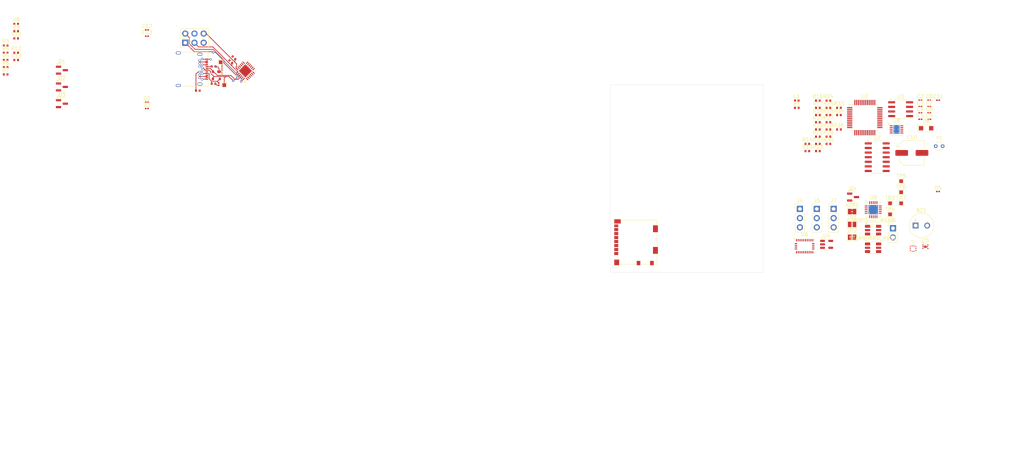
<source format=kicad_pcb>
(kicad_pcb (version 20240108) (generator "pcbnew") (generator_version "8.0")
  (layers (0 "F.Cu" mixed) (1 "In1.Cu" signal) (2 "In2.Cu" signal) (31 "B.Cu" power) (34 "B.Paste" user) (35 "F.Paste" user) (36 "B.SilkS" user "B.Silkscreen") (37 "F.SilkS" user "F.Silkscreen") (38 "B.Mask" user) (39 "F.Mask" user) (44 "Edge.Cuts" user))
  (net 0 "")
  (net 1 "Net-(ADR1-B)")
  (net 2 "GND")
  (net 3 "BATT_IN")
  (net 4 "Net-(U6-XOUT32{slash}CLKSEL1)")
  (net 5 "Net-(U6-XIN32)")
  (net 6 "Net-(L1-Pad1)")
  (net 7 "Net-(D6-K)")
  (net 8 "+3.3V")
  (net 9 "Net-(U6-CAP)")
  (net 10 "Net-(D1-I{slash}O1)")
  (net 11 "Net-(D1-I{slash}O2)")
  (net 12 "Net-(D2-A)")
  (net 13 "Net-(D2-K)")
  (net 14 "Net-(D3-A)")
  (net 15 "Net-(D3-K)")
  (net 16 "Net-(D5-A)")
  (net 17 "Net-(J2-Pin_3)")
  (net 18 "Net-(J2-Pin_2)")
  (net 19 "Net-(J2-Pin_6)")
  (net 20 "UPDI")
  (net 21 "Net-(J3-CMD)")
  (net 22 "Net-(J3-DAT1)")
  (net 23 "Net-(J3-DAT0)")
  (net 24 "CD")
  (net 25 "Net-(J3-CLK)")
  (net 26 "/RX_UPDI")
  (net 27 "TX0")
  (net 28 "RX0")
  (net 29 "Net-(U9-EN)")
  (net 30 "Net-(U9-FB)")
  (net 31 "Net-(U6-~{RST})")
  (net 32 "Net-(U6-ENV_SCL)")
  (net 33 "Net-(U6-ENV_SDA)")
  (net 34 "SDA")
  (net 35 "SCL")
  (net 36 "Net-(U6-~{BOOT})")
  (net 50 "EJEC_SERVO")
  (net 51 "Net-(PORTSIDE_RGB1-RA)")
  (net 52 "PA3{slash}SS")
  (net 53 "PA1{slash}MOSI")
  (net 55 "Net-(PORTSIDE_RGB1-BA)")
  (net 57 "Net-(PORTSIDE_RGB1-GA)")
  (net 61 "D5")
  (net 63 "D6")
  (net 64 "BUZZER")
  (net 66 "WP")
  (net 67 "PA0{slash}MISO")
  (net 69 "D4")
  (net 72 "HOLD")
  (net 73 "Net-(J1-CC1)")
  (net 74 "Net-(STARBOARD_RGB1-BA)")
  (net 75 "D7")
  (net 78 "Net-(STARBOARD_RGB1-RA)")
  (net 81 "Net-(STARBOARD_RGB1-GA)")
  (net 82 "PA2{slash}SCK")
  (net 83 "PORT_SERVO")
  (net 91 "PS1")
  (net 95 "INT")
  (net 96 "PS0{slash}WAKE")
  (net 101 "STAR_BLUE")
  (net 102 "STAR_SERVO")
  (net 103 "STAR_GREEN")
  (net 104 "PORT_GREEN")
  (net 105 "STAR_RED")
  (net 106 "PORT_RED")
  (net 107 "PORT_BLUE")
  (net 109 "Net-(L1-Pad2)")
  (net 111 "+5V")
  (net 115 "Net-(J1-CC2)")
  (net 118 "/TX_UPDI")
  (net 119 "TEMP_SENSOR")
  (net 125 "Net-(BZ1-+)")
  (net 126 "Net-(D7-A)")
  (net 127 "Net-(U9-IN)")
  (net 131 "Net-(JP1-A)")
  (footprint "Inductor_SMD:L_0402_1005Metric" (layer "F.Cu") (at 143.895 88.400568)
    (property "Reference" "L1")
    (property "Value" "6u8")
  )
  (footprint "Resistor_SMD:R_0402_1005Metric" (layer "F.Cu") (at -17.13 78.96)
    (property "Reference" "R31" (hide yes))
    (property "Value" "5k1" (hide yes))
  )
  (footprint "LED_SMD:LED_ROHM_SMLVN6" (layer "F.Cu") (at 164.955 129.020568)
    (property "Reference" "STARBOARD_RGB1")
    (property "Value" "SMLVN6RGB")
  )
  (footprint "LED_SMD:LED_0201_0603Metric" (layer "F.Cu") (at -35.53 88.830568)
    (property "Reference" "D2")
    (property "Value" "LED")
  )
  (footprint "TestPoint:TestPoint_Pad_1.0x1.0mm" (layer "F.Cu") (at 169.655 119.790568)
    (property "Reference" "TP4")
    (property "Value" "TestPoint")
  )
  (footprint "Capacitor_SMD:C_0201_0603Metric" (layer "F.Cu") (at 178.015 91.780568)
    (property "Reference" "C4")
    (property "Value" "22u")
  )
  (footprint "Capacitor_SMD:C_0201_0603Metric" (layer "F.Cu") (at 178.015 93.530568)
    (property "Reference" "C5")
    (property "Value" "22u")
  )
  (footprint "TestPoint:TestPoint_Pad_1.0x1.0mm" (layer "F.Cu") (at -15.14 77.78)
    (property "Reference" "TP1" (hide yes))
    (property "Value" "TestPoint" (hide yes))
  )
  (footprint "Resistor_SMD:R_0402_1005Metric" (layer "F.Cu") (at -74.525 75.200568)
    (property "Reference" "R4")
    (property "Value" "330")
  )
  (footprint "Crystal:Crystal_C26-LF_D2.1mm_L6.5mm_Vertical" (layer "F.Cu") (at 182.255 100.980568)
    (property "Reference" "Y1")
    (property "Value" "32.768kHz")
  )
  (footprint "Capacitor_SMD:C_0201_0603Metric" (layer "F.Cu") (at 182.915 88.280568)
    (property "Reference" "C11")
    (property "Value" "1u")
  )
  (footprint "Capacitor_SMD:C_0201_0603Metric" (layer "F.Cu") (at 180.465 88.280568)
    (property "Reference" "C6")
    (property "Value" "1u")
  )
  (footprint "LED_SMD:LED_0201_0603Metric" (layer "F.Cu") (at -35.53 90.580568)
    (property "Reference" "D3")
    (property "Value" "LED")
  )
  (footprint "Connector_PinHeader_2.54mm:PinHeader_2x03_P2.54mm_Vertical" (layer "F.Cu") (at -24.929999 72.42 90)
    (property "Reference" "J2" (hide yes))
    (property "Value" "Conn_02x03_Pin" (hide yes))
  )
  (footprint "Package_TO_SOT_SMD:SOT-23-5" (layer "F.Cu") (at 152.135 128.075568)
    (property "Reference" "U4")
    (property "Value" "AP2112K-3.3")
  )
  (footprint "Resistor_SMD:R_0402_1005Metric" (layer "F.Cu") (at -71.615 75.200568)
    (property "Reference" "R12")
    (property "Value" "4k7")
  )
  (footprint "Connector_PinHeader_2.54mm:PinHeader_1x03_P2.54mm_Vertical" (layer "F.Cu") (at 144.765 118.300568)
    (property "Reference" "J4")
    (property "Value" "STARBOARD_SERVO")
  )
  (footprint "Resistor_SMD:R_0402_1005Metric" (layer "F.Cu") (at -11.500624 76.579376 -45)
    (property "Reference" "R11" (hide yes))
    (property "Value" "4k7" (hide yes))
  )
  (footprint "Connector_PinHeader_2.54mm:PinHeader_1x03_P2.54mm_Vertical" (layer "F.Cu") (at 149.415 118.300568)
    (property "Reference" "J5")
    (property "Value" "PORTSIDE_SERVO")
  )
  (footprint "Jumper:SolderJumper-2_P1.3mm_Open_Pad1.0x1.5mm" (layer "F.Cu") (at 159.165 126.130568)
    (property "Reference" "JP2")
    (property "Value" "Jumper_2_Small_Open")
  )
  (footprint "Resistor_SMD:R_0402_1005Metric" (layer "F.Cu") (at 149.715 98.350568)
    (property "Reference" "R21")
    (property "Value" "2k2")
  )
  (footprint "LED_SMD:LED_0201_0603Metric" (layer "F.Cu") (at -15.69 83.83 -90)
    (property "Reference" "D7" (hide yes))
    (property "Value" "LED" (hide yes))
  )
  (footprint "Resistor_SMD:R_0402_1005Metric" (layer "F.Cu") (at 152.625 98.350568)
    (property "Reference" "R29")
    (property "Value" "220")
  )
  (footprint "Capacitor_SMD:C_0201_0603Metric" (layer "F.Cu") (at 178.015 90.030568)
    (property "Reference" "C3")
    (property "Value" "22p")
  )
  (footprint "Package_DFN_QFN:QFN-24-1EP_4x4mm_P0.5mm_EP2.6x2.6mm" (layer "F.Cu") (at -8.3325 80.18 135)
    (property "Reference" "U1" (hide yes))
    (property "Value" "ATSAMD11D14A-M" (hide yes))
  )
  (footprint "Capacitor_SMD:C_0201_0603Metric" (layer "F.Cu") (at 180.465 93.530568)
    (property "Reference" "C9")
    (property "Value" "2u2")
  )
  (footprint "Resistor_SMD:R_0402_1005Metric" (layer "F.Cu") (at 146.805 102.330568)
    (property "Reference" "R15")
    (property "Value" "100k")
  )
  (footprint "Jumper:SolderJumper-2_P1.3mm_Bridged2Bar_Pad1.0x1.5mm" (layer "F.Cu") (at 159.165 119.030568)
    (property "Reference" "ADR1")
    (property "Value" "~")
  )
  (footprint "Resistor_SMD:R_0402_1005Metric" (layer "F.Cu") (at 149.715 90.390568)
    (property "Reference" "R17")
    (property "Value" "330R")
  )
  (footprint "Connector_PinHeader_2.54mm:PinHeader_1x03_P2.54mm_Vertical" (layer "F.Cu") (at 154.065 118.300568)
    (property "Reference" "J7")
    (property "Value" "EJECTION_SERVO")
  )
  (footprint "Resistor_SMD:R_0402_1005Metric" (layer "F.Cu") (at -74.525 77.190568)
    (property "Reference" "R5")
    (property "Value" "0")
  )
  (footprint "Capacitor_SMD:C_0201_0603Metric" (layer "F.Cu") (at -35.505 68.870568)
    (property "Reference" "C12")
    (property "Value" "4n7")
  )
  (footprint "Resistor_SMD:R_0402_1005Metric" (layer "F.Cu") (at 152.625 94.370568)
    (property "Reference" "R27")
    (property "Value" "220")
  )
  (footprint "TestPoint:TestPoint_Pad_1.0x1.0mm" (layer "F.Cu") (at 172.705 110.640568)
    (property "Reference" "TP5")
    (property "Value" "TestPoint")
  )
  (footprint "Package_LGA:LGA-28_5.2x3.8mm_P0.5mm" (layer "F.Cu") (at 146.06 128.595568)
    (property "Reference" "U6")
    (property "Value" "BNO086")
  )
  (footprint "LED_SMD:LED_ROHM_SMLVN6" (layer "F.Cu") (at 164.955 124.155568)
    (property "Reference" "PORTSIDE_RGB1")
    (property "Value" "SMLVN6RGB")
  )
  (footprint "Resistor_SMD:R_0402_1005Metric" (layer "F.Cu") (at -74.525 79.180568)
    (property "Reference" "R6")
    (property "Value" "4k7")
  )
  (footprint "BMP390L:XDCR_BMP390L" (layer "F.Cu") (at 176.005 129.253068)
    (property "Reference" "U10")
    (property "Value" "BMP390L")
  )
  (footprint "Package_TO_SOT_SMD:SOT-23" (layer "F.Cu") (at 159.435 115.030568)
    (property "Reference" "Q4")
    (property "Value" "BSS138")
  )
  (footprint "Buzzer_Beeper:MagneticBuzzer_Kingstate_KCG0601" (layer "F.Cu") (at 176.705 122.890568)
    (property "Reference" "BZ1")
    (property "Value" "Buzzer")
  )
  (footprint "Resistor_SMD:R_0402_1005Metric" (layer "F.Cu") (at 152.625 92.380568)
    (property "Reference" "R26")
    (property "Value" "220")
  )
  (footprint "Resistor_SMD:R_0402_1005Metric" (layer "F.Cu") (at 149.715 88.400568)
    (property "Reference" "R16")
    (property "Value" "19k1")
  )
  (footprint "Resistor_SMD:R_0402_1005Metric" (layer "F.Cu") (at 149.715 102.330568)
    (property "Reference" "R23")
    (property "Value" "10k")
  )
  (footprint "MountingHole:MountingHole_2.1mm" (layer "F.Cu") (at 95.5 87)
    (property "Reference" "REF**" (hide yes))
    (property "Value" "MountingHole_2.1mm" (hide yes))
  )
  (footprint "Connector_USB:USB_C_Receptacle_Amphenol_12401548E4-2A" (layer "F.Cu") (at -24 79.72 -90)
    (property "Reference" "J1" (hide yes))
    (property "Value" "USB_C_Receptacle_USB2.0_16P" (hide yes))
  )
  (footprint "Package_SO:SOIC-14_3.9x8.7mm_P1.27mm" (layer "F.Cu") (at 166.105 104.015568)
    (property "Reference" "U7")
    (property "Value" "TXB0104D")
  )
  (footprint "Resistor_SMD:R_0402_1005Metric" (layer "F.Cu") (at 155.535 92.380568)
    (property "Reference" "R34")
    (property "Value" "2k2")
  )
  (footprint "Capacitor_SMD:C_0201_0603Metric" (layer "F.Cu") (at 180.465 91.780568)
    (property "Reference" "C8")
    (property "Value" "10u")
  )
  (footprint "Resistor_SMD:R_0402_1005Metric" (layer "F.Cu") (at 149.715 96.360568)
    (property "Reference" "R20")
    (property "Value" "4k7")
  )
  (footprint "Resistor_SMD:R_0402_1005Metric" (layer "F.Cu") (at -17.13 83.73 180)
    (property "Reference" "R35" (hide yes))
    (property "Value" "R220" (hide yes))
  )
  (footprint "Resistor_SMD:R_0402_1005Metric" (layer "F.Cu") (at -21.47 85.64)
    (property "Reference" "R32" (hide yes))
    (property "Value" "5k1" (hide yes))
  )
  (footprint "Package_DFN_QFN:DFN-10-1EP_3x3mm_P0.5mm_EP1.65x2.38mm_ThermalVias" (layer "F.Cu") (at 171.43 96.325568)
    (property "Reference" "U8")
    (property "Value" "TPS61092")
  )
  (footprint "Resistor_SMD:R_0402_1005Metric" (layer "F.Cu") (at 152.625 100.340568)
    (property "Reference" "R30")
    (property "Value" "220")
  )
  (footprint "Resistor_SMD:R_0402_1005Metric" (layer "F.Cu") (at 152.625 90.390568)
    (property "Reference" "R25")
    (property "Value" "220")
  )
  (footprint "Package_QFP:TQFP-48_7x7mm_P0.5mm" (layer "F.Cu") (at 162.665 93.080568)
    (property "Reference" "U2")
    (property "Value" "ATmega4809-A")
  )
  (footprint "Resistor_SMD:R_0402_1005Metric" (layer "F.Cu") (at 143.895 90.390568)
    (property "Reference" "R1")
    (property "Value" "4.7kΩ")
  )
  (footprint "Resistor_SMD:R_0402_1005Metric" (layer "F.Cu") (at 146.805 100.340568)
    (property "Reference" "R14")
    (property "Value" "100k")
  )
  (footprint "Resistor_SMD:R_0402_1005Metric" (layer "F.Cu") (at -71.615 71.220568)
    (property "Reference" "R10")
    (property "Value" "4k7")
  )
  (footprint "Capacitor_SMD:CP_Elec_6.3x5.4" (layer "F.Cu") (at 175.655 102.830568)
    (property "Reference" "C10")
    (property "Value" "100u")
  )
  (footprint "Capacitor_SMD:C_0201_0603Metric" (layer "F.Cu") (at -35.505 70.620568)
    (property "Reference" "C13")
    (property "Value" "100n")
  )
  (footprint "Package_TO_SOT_SMD:SOT-23" (layer "F.Cu") (at -58.985 79.995568)
    (property "Reference" "Q1")
    (property "Value" "BSS138")
  )
  (footprint "TestPoint:TestPoint_Pad_1.0x1.0mm" (layer "F.Cu") (at -14.17 84.12)
    (property "Reference" "TP2" (hide yes))
    (property "Value" "TestPoint" (hide yes))
  )
  (footprint "Resistor_SMD:R_0402_1005Metric" (layer "F.Cu") (at 149.715 92.380568)
    (property "Reference" "R18")
    (property "Value" "10k")
  )
  (footprint "Capacitor_SMD:C_0201_0603Metric" (layer "F.Cu") (at 180.465 90.030568)
    (property "Reference" "C7")
    (property "Value" "0u1")
  )
  (footprint "Package_TO_SOT_SMD:SOT-23" (layer "F.Cu") (at -58.985 84.620568)
    (property "Reference" "Q2")
    (property "Value" "BSS138")
  )
  (footprint "Resistor_SMD:R_0402_1005Metric" (layer "F.Cu") (at 149.715 94.370568)
    (property "Reference" "R19")
    (property "Value" "4k7")
  )
  (footprint "Package_TO_SOT_SMD:HVSOF5" (layer "F.Cu") (at 179.405 128.74)
    (property "Reference" "U5")
    (property "Value" "BD1020HFV")
  )
  (footprint "Package_TO_SOT_SMD:SOT-23" (layer "F.Cu") (at -58.985 89.245568)
    (property "Reference" "Q3")
    (property "Value" "BSS138")
  )
  (footprint "LED_SMD:LED_0201_0603Metric" (layer "F.Cu") (at 182.89 113.490568)
    (property "Reference" "D5")
    (property "Value" "GREEN")
  )
  (footprint "Package_SO:SOIC-8_3.9x4.9mm_P1.27mm" (layer "F.Cu") (at 172.565 90.760568)
    (property "Reference" "U3")
    (property "Value" "AT25DF641A-SH-T")
  )
  (footprint "Resistor_SMD:R_0402_1005Metric" (layer "F.Cu") (at -71.615 69.230568)
    (property "Reference" "R9")
    (property "Value" "4k7")
  )
  (footprint "TestPoint:TestPoint_Pad_1.0x1.0mm" (layer "F.Cu") (at 172.705 116.740568)
    (property "Reference" "TP7")
    (property "Value" "TestPoint")
  )
  (footprint "Resistor_SMD:R_0402_1005Metric" (layer "F.Cu") (at -74.525 81.170568)
    (property "Reference" "R7")
    (property "Value" "4k7")
  )
  (footprint "Resistor_SMD:R_0402_1005Metric" (layer "F.Cu") (at -12.369376 77.650624 -45)
    (property "Reference" "R2" (hide yes))
    (property "Value" "4k7" (hide yes))
  )
  (footprint "Package_DFN_QFN:QFN-20-1EP_4x4mm_P0.5mm_EP2.5x2.5mm_ThermalVias" (layer "F.Cu") (at 165.005 118.490568)
    (property "Reference" "U9")
    (property "Value" "MPM3610AGQV-P")
  )
  (footprint "Capacitor_SMD:C_0201_0603Metric" (layer "F.Cu") (at 178.015 88.280568)
    (property "Reference" "C2")
    (property "Value" "22p")
  )
  (footprint "Resistor_SMD:R_0402_1005Metric" (layer "F.Cu") (at 149.715 100.340568)
    (property "Reference" "R22")
    (property "Value" "2k2")
  )
  (footprint "TestPoint:TestPoint_Pad_1.0x1.0mm" (layer "F.Cu") (at 169.655 116.740568)
    (property "Reference" "TP3")
    (property "Value" "TestPoint")
  )
  (footprint "Diode_SMD:Nexperia_CFP3_SOD-123W" (layer "F.Cu") (at 179.61 96.030568)
    (property "Reference" "D6")
    (property "Value" "PMEG6020ER")
  )
  (footprint "Connector_PinHeader_2.54mm:PinHeader_1x02_P2.54mm_Vertical" (layer "F.Cu") (at 170.455 123.640568)
    (property "Reference" "J6")
    (property "Value" "Battery In")
  )
  (footprint "Resistor_SMD:R_0402_1005Metric" (layer "F.Cu") (at -71.615 77.190568)
    (property "Reference" "R13")
    (property "Value" "4k7")
  )
  (footprint "Resistor_SMD:R_0402_1005Metric" (layer "F.Cu") (at 152.625 96.360568)
    (property "Reference" "R28")
    (property "Value" "220")
  )
  (footprint "TestPoint:TestPoint_Pad_1.0x1.0mm" (layer "F.Cu") (at 172.705 113.690568)
    (property "Reference" "TP6")
    (property "Value" "TestPoint")
  )
  (footprint "MountingHole:MountingHole_2.1mm" (layer "F.Cu") (at 131.5 87)
    (property "Reference" "REF**" (hide yes))
    (property "Value" "MountingHole_2.1mm" (hide yes))
  )
  (footprint "MountingHole:MountingHole_2.1mm" (layer "F.Cu") (at 131.45 132.79)
    (property "Reference" "REF**" (hide yes))
    (property "Value" "MountingHole_2.1mm" (hide yes))
  )
  (footprint "Connector_Card:microSD_HC_Molex_104031-0811" (layer "F.Cu") (at 99.5 127.5 90)
    (property "Reference" "J3" (hide yes))
    (property "Value" "Micro_SD_Card_Det1" (hide yes))
  )
  (footprint "Resistor_SMD:R_0402_1005Metric" (layer "F.Cu") (at 155.535 90.390568)
    (property "Reference" "R33")
    (property "Value" "5m")
  )
  (footprint "Resistor_SMD:R_0402_1005Metric" (layer "F.Cu") (at 155.535 96.360568)
    (property "Reference" "R36")
    (property "Value" "4.7kΩ")
  )
  (footprint "Resistor_SMD:R_0402_1005Metric" (layer "F.Cu") (at -74.525 73.210568)
    (property "Reference" "R3")
    (property "Value" "330")
  )
  (footprint "Package_TO_SOT_SMD:SOT-143" (layer "F.Cu") (at -16.35 81.41 -90)
    (property "Reference" "D1" (hide yes))
    (property "Value" "PRTR5V0U2X" (hide yes))
  )
  (footprint "Jumper:SolderJumper-2_P1.3mm_Open_Pad1.0x1.5mm" (layer "F.Cu") (at 159.165 122.580568)
    (property "Reference" "JP1")
    (property "Value" "Jumper_2_Small_Open")
  )
  (footprint "Resistor_SMD:R_0402_1005Metric" (layer "F.Cu") (at -71.615 67.240568)
    (property "Reference" "R8")
    (property "Value" "DNP")
  )
  (footprint "Resistor_SMD:R_0402_1005Metric" (layer "F.Cu") (at 152.625 88.400568)
    (property "Reference" "R24")
    (property "Value" "10k")
  )
  (gr_rect (start 92.382785 83.970551) (end 134.652785 135.840551) (stroke (width 0.05)) (fill none) (layer "Edge.Cuts"))
  (segment (start -20.99 81.73) (end -20.99 82.12) (width 0.2) (layer "F.Cu") (net 0))
  (segment (start -20.98 81.72) (end -20.99 81.73) (width 0.2) (layer "F.Cu") (net 0))
  (segment (start -18.98 77.75) (end -18.98 77.97) (width 0.2) (layer "F.Cu") (net 0))
  (segment (start -20.99 77.73) (end -20.99 78.12) (width 0.2) (layer "F.Cu") (net 0))
  (segment (start -20.99 77.73) (end -19 77.73) (width 0.2) (layer "F.Cu") (net 0))
  (segment (start -18.98 81.72) (end -20.98 81.72) (width 0.2) (layer "F.Cu") (net 0))
  (segment (start -20.99 77.32) (end -20.99 77.73) (width 0.2) (layer "F.Cu") (net 0))
  (segment (start -18.98 77.47) (end -18.98 77.75) (width 0.2) (layer "F.Cu") (net 0))
  (segment (start -18.98 81.47) (end -18.98 81.72) (width 0.2) (layer "F.Cu") (net 0))
  (segment (start -20.99 81.32) (end -20.99 81.73) (width 0.2) (layer "F.Cu") (net 0))
  (segment (start -19 77.73) (end -18.98 77.75) (width 0.2) (layer "F.Cu") (net 0))
  (segment (start -18.98 81.72) (end -18.98 81.97) (width 0.2) (layer "F.Cu") (net 0))
  (segment (start -18.98 82.47) (end -19.005 82.445) (width 0.2) (layer "F.Cu") (net 2))
  (segment (start -16.21 78.96) (end -16.05 79.12) (width 0.2) (layer "F.Cu") (net 2))
  (segment (start -18.98 76.97) (end -17.98 76.97) (width 0.2) (layer "F.Cu") (net 2))
  (segment (start -16.62 78.96) (end -16.21 78.96) (width 0.2) (layer "F.Cu") (net 2))
  (segment (start -15.6 79.57) (end -16.05 79.12) (width 0.2) (layer "F.Cu") (net 2))
  (segment (start -17.98 76.97) (end -17.94 77.01) (width 0.2) (layer "F.Cu") (net 2))
  (segment (start -20.215 82.445) (end -20.29 82.52) (width 0.2) (layer "F.Cu") (net 2))
  (segment (start -18.98 76.97) (end -20.24 76.97) (width 0.2) (layer "F.Cu") (net 2))
  (segment (start -20.24 76.97) (end -20.29 76.92) (width 0.2) (layer "F.Cu") (net 2))
  (segment (start -19.005 82.445) (end -20.215 82.445) (width 0.2) (layer "F.Cu") (net 2))
  (segment (start -15.6 80.41) (end -15.6 79.57) (width 0.2) (layer "F.Cu") (net 2))
  (via (at -17.94 77.01) (size 0.6) (drill 0.3) (layers "F.Cu" "B.Cu") (net 2))
  (via (at -16.05 79.12) (size 0.6) (drill 0.3) (layers "F.Cu" "B.Cu") (net 2))
  (segment (start -17.640552 83.06) (end -18.33 82.370552) (width 0.2) (layer "F.Cu") (net 3))
  (segment (start -18.38 80.97) (end -18.979999 80.97) (width 0.2) (layer "F.Cu") (net 3))
  (segment (start -15.4 82.41) (end -16.05 83.06) (width 0.2) (layer "F.Cu") (net 3))
  (segment (start -20.29 78.52) (end -19.029999 78.52) (width 0.2) (layer "F.Cu") (net 3))
  (segment (start -17.639999 83.060553) (end -17.640552 83.06) (width 0.2) (layer "F.Cu") (net 3))
  (segment (start -18.33 82.370552) (end -18.33 81.02) (width 0.2) (layer "F.Cu") (net 3))
  (segment (start -16.05 83.06) (end -17.640552 83.06) (width 0.2) (layer "F.Cu") (net 3))
  (segment (start -19.029999 78.52) (end -18.979999 78.47) (width 0.2) (layer "F.Cu") (net 3))
  (segment (start -15.69 83.51) (end -16.05 83.15) (width 0.2) (layer "F.Cu") (net 3))
  (segment (start -20.29 80.92) (end -19.029999 80.92) (width 0.2) (layer "F.Cu") (net 3))
  (segment (start -16.05 83.15) (end -16.05 83.06) (width 0.2) (layer "F.Cu") (net 3))
  (segment (start -17.639999 83.73) (end -17.639999 83.060553) (width 0.2) (layer "F.Cu") (net 3))
  (segment (start -19.029999 80.92) (end -18.979999 80.97) (width 0.2) (layer "F.Cu") (net 3))
  (segment (start -18.33 81.02) (end -18.38 80.97) (width 0.2) (layer "F.Cu") (net 3))
  (segment (start -9.5 83.13) (end -9.5 83.115267) (width 0.2) (layer "F.Cu") (net 8))
  (segment (start -22.459999 74.89) (end -17.44853 74.89) (width 0.2) (layer "F.Cu") (net 8))
  (segment (start -9.5 83.115267) (end -8.818636 82.433903) (width 0.2) (layer "F.Cu") (net 8))
  (segment (start -24.929999 72.42) (end -22.459999 74.89) (width 0.2) (layer "F.Cu") (net 8))
  (segment (start -17.44853 74.89) (end -17.229265 75.109265) (width 0.2) (layer "F.Cu") (net 8))
  (via (at -17.229265 75.109265) (size 0.6) (drill 0.3) (layers "F.Cu" "B.Cu") (net 8))
  (via (at -9.5 83.13) (size 0.6) (drill 0.3) (layers "F.Cu" "B.Cu") (net 8))
  (segment (start -17.229265 75.109265) (end -16.581711 75.109265) (width 0.2) (layer "B.Cu") (net 8))
  (segment (start -16.581711 75.109265) (end -9.5 82.190976) (width 0.2) (layer "B.Cu") (net 8))
  (segment (start -9.5 82.190976) (end -9.5 83.13) (width 0.2) (layer "B.Cu") (net 8))
  (segment (start -10.344961 82.546014) (end -9.525743 81.726796) (width 0.2) (layer "F.Cu") (net 10))
  (segment (start -11.234471 82.54) (end -10.848034 82.54) (width 0.2) (layer "F.Cu") (net 10))
  (segment (start -16.105924 81.433) (end -14.8 81.433) (width 0.2) (layer "F.Cu") (net 10))
  (segment (start -10.848034 82.54) (end -10.84202 82.546014) (width 0.2) (layer "F.Cu") (net 10))
  (segment (start -18.068924 79.47) (end -16.105924 81.433) (width 0.2) (layer "F.Cu") (net 10))
  (segment (start -10.84202 82.546014) (end -10.344961 82.546014) (width 0.2) (layer "F.Cu") (net 10))
  (segment (start -12.341471 81.433) (end -11.234471 82.54) (width 0.2) (layer "F.Cu") (net 10))
  (segment (start -14.8 78.12) (end -14.8 81.433) (width 0.2) (layer "F.Cu") (net 10))
  (segment (start -14.8 81.433) (end -12.341471 81.433) (width 0.2) (layer "F.Cu") (net 10))
  (segment (start -18.98 79.47) (end -18.068924 79.47) (width 0.2) (layer "F.Cu") (net 10))
  (segment (start -15.14 77.78) (end -14.8 78.12) (width 0.2) (layer "F.Cu") (net 10))
  (segment (start -10.452067 81.946014) (end -9.879296 81.373243) (width 0.2) (layer "F.Cu") (net 11))
  (segment (start -17.93 80.42) (end -18.38 79.97) (width 0.2) (layer "F.Cu") (net 11))
  (segment (start -13.73 81.76) (end -17 81.76) (width 0.2) (layer "F.Cu") (net 11))
  (segment (start -17.3 82.41) (end -17.3 82.06) (width 0.2) (layer "F.Cu") (net 11))
  (segment (start -18.38 79.97) (end -18.98 79.97) (width 0.2) (layer "F.Cu") (net 11))
  (segment (start -18.98 79.97) (end -19.58 79.97) (width 0.2) (layer "F.Cu") (net 11))
  (segment (start -14.17 82.2) (end -13.73 81.76) (width 0.2) (layer "F.Cu") (net 11))
  (segment (start -17.93 80.83) (end -17.93 80.42) (width 0.2) (layer "F.Cu") (net 11))
  (segment (start -10.593491 81.946014) (end -10.452067 81.946014) (width 0.2) (layer "F.Cu") (net 11))
  (segment (start -19.63 79.73) (end -20.04 79.32) (width 0.2) (layer "F.Cu") (net 11))
  (segment (start -20.04 79.32) (end -20.29 79.32) (width 0.2) (layer "F.Cu") (net 11))
  (segment (start -12.863 81.76) (end -13.73 81.76) (width 0.2) (layer "F.Cu") (net 11))
  (segment (start -14.17 84.12) (end -14.17 82.2) (width 0.2) (layer "F.Cu") (net 11))
  (segment (start -17 81.76) (end -17.93 80.83) (width 0.2) (layer "F.Cu") (net 11))
  (segment (start -19.63 79.92) (end -19.63 79.73) (width 0.2) (layer "F.Cu") (net 11))
  (segment (start -11.703411 82.919589) (end -12.863 81.76) (width 0.2) (layer "F.Cu") (net 11))
  (segment (start -17.3 82.06) (end -17 81.76) (width 0.2) (layer "F.Cu") (net 11))
  (segment (start -19.58 79.97) (end -19.63 79.92) (width 0.2) (layer "F.Cu") (net 11))
  (via (at -10.593491 81.946014) (size 0.6) (drill 0.3) (layers "F.Cu" "B.Cu") (net 11))
  (via (at -11.703411 82.919589) (size 0.6) (drill 0.3) (layers "F.Cu" "B.Cu") (net 11))
  (segment (start -11.567066 82.919589) (end -10.593491 81.946014) (width 0.2) (layer "B.Cu") (net 11))
  (segment (start -11.703411 82.919589) (end -11.567066 82.919589) (width 0.2) (layer "B.Cu") (net 11))
  (segment (start -12.200655 78.680655) (end -17.311309 73.57) (width 0.2) (layer "F.Cu") (net 17))
  (segment (start -21.239999 73.57) (end -22.389999 72.42) (width 0.2) (layer "F.Cu") (net 17))
  (segment (start -10.586403 80.666136) (end -10.586403 80.294906) (width 0.2) (layer "F.Cu") (net 17))
  (segment (start -10.586403 80.294906) (end -12.200655 78.680655) (width 0.2) (layer "F.Cu") (net 17))
  (segment (start -12.008752 78.488752) (end -12.200655 78.680655) (width 0.2) (layer "F.Cu") (net 17))
  (segment (start -12.008752 78.011248) (end -12.008752 78.488752) (width 0.2) (layer "F.Cu") (net 17))
  (segment (start -17.311309 73.57) (end -21.239999 73.57) (width 0.2) (layer "F.Cu") (net 17))
  (segment (start -22.219999 74.24) (end -23.779999 72.68) (width 0.2) (layer "F.Cu") (net 18))
  (segment (start -10.232849 81.019689) (end -10.534702 81.321542) (width 0.2) (layer "F.Cu") (net 18))
  (segment (start -10.938625 81.321542) (end -14.31 77.950167) (width 0.2) (layer "F.Cu") (net 18))
  (segment (start -23.779999 71.03) (end -24.929999 69.88) (width 0.2) (layer "F.Cu") (net 18))
  (segment (start -14.31 77.950167) (end -14.31 77.18) (width 0.2) (layer "F.Cu") (net 18))
  (segment (start -23.779999 72.68) (end -23.779999 71.03) (width 0.2) (layer "F.Cu") (net 18))
  (segment (start -10.534702 81.321542) (end -10.938625 81.321542) (width 0.2) (layer "F.Cu") (net 18))
  (segment (start -14.31 77.18) (end -17.25 74.24) (width 0.2) (layer "F.Cu") (net 18))
  (segment (start -17.25 74.24) (end -22.219999 74.24) (width 0.2) (layer "F.Cu") (net 18))
  (segment (start -10.79 78.889834) (end -10.79 78.23) (width 0.2) (layer "F.Cu") (net 19))
  (segment (start -11.14 77.41) (end -11.375 77.645) (width 0.2) (layer "F.Cu") (net 19))
  (segment (start -11.14 76.94) (end -11.14 77.41) (width 0.2) (layer "F.Cu") (net 19))
  (segment (start -10.586403 79.693864) (end -10.888255 79.392012) (width 0.2) (layer "F.Cu") (net 19))
  (segment (start -10.79 78.23) (end -11.375 77.645) (width 0.2) (layer "F.Cu") (net 19))
  (segment (start -10.888255 79.392012) (end -10.888255 78.988089) (width 0.2) (layer "F.Cu") (net 19))
  (segment (start -19.14 69.88) (end -19.849999 69.88) (width 0.2) (layer "F.Cu") (net 19))
  (segment (start -10.888255 78.988089) (end -10.79 78.889834) (width 0.2) (layer "F.Cu") (net 19))
  (segment (start -11.375 77.645) (end -19.14 69.88) (width 0.2) (layer "F.Cu") (net 19))
  (segment (start -18.97 78.96) (end -18.98 78.97) (width 0.2) (layer "F.Cu") (net 73))
  (segment (start -17.64 78.96) (end -18.97 78.96) (width 0.2) (layer "F.Cu") (net 73))
  (segment (start -21.98 85.64) (end -21.98 81.050381) (width 0.2) (layer "F.Cu") (net 115))
  (segment (start -21.449619 80.52) (end -20.99 80.52) (width 0.2) (layer "F.Cu") (net 115))
  (segment (start -21.98 81.050381) (end -21.449619 80.52) (width 0.2) (layer "F.Cu") (net 115))
  (segment (start -16.200001 84.15) (end -15.69 84.15) (width 0.2) (layer "F.Cu") (net 126))
  (segment (start -16.620001 83.73) (end -16.200001 84.15) (width 0.2) (layer "F.Cu") (net 126))
)
</source>
